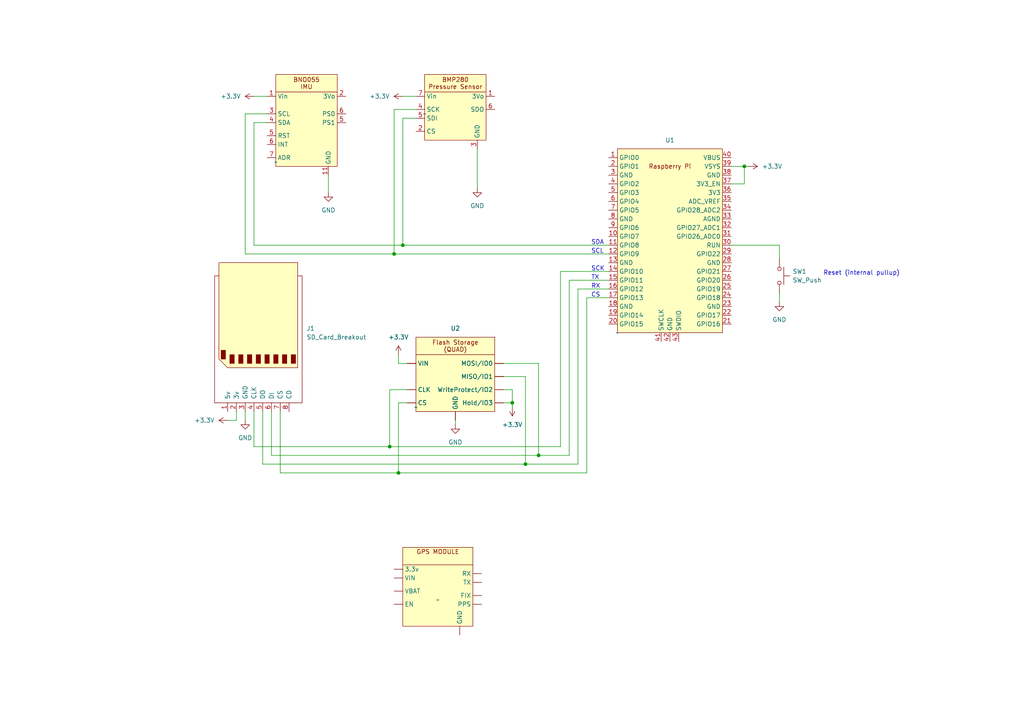
<source format=kicad_sch>
(kicad_sch (version 20230121) (generator eeschema)
  (paper "A4")
  (title_block (title "v1_avionics_schematics"))
  (lib_symbols
    (symbol "Breakout_boards:BMP280_Breakout"
      (symbol "BMP280_Breakout_0_1"
        (polyline (pts (xy 0 6.35) (xy 17.78 6.35)))
      )
      (symbol "BMP280_Breakout_1_1"
        (rectangle (start 0 11.43) (end 17.78 -7.62) (fill (type background)))
        (text "BMP280\nPressure Sensor" (at 8.89 8.89 0) (effects (font (size 1.27 1.27))))
        (pin power_out line (at 20.32 5.08 180) (length 2.54) (name "3Vo") (number "1"))
        (pin input line (at -2.54 -5.08 0) (length 2.54) (name "CS") (number "2"))
        (pin power_in line (at 15.24 -10.16 90) (length 2.54) (name "GND") (number "3"))
        (pin input line (at -2.54 1.27 0) (length 2.54) (name "SCK") (number "4"))
        (pin bidirectional line (at -2.54 -1.27 0) (length 2.54) (name "SDI") (number "5"))
        (pin bidirectional line (at 20.32 1.27 180) (length 2.54) (name "SDO") (number "6"))
        (pin power_in line (at -2.54 5.08 0) (length 2.54) (name "Vin") (number "7"))
      )
    )
    (symbol "Breakout_boards:BNO055"
      (symbol "BNO055_1_1"
        (polyline (pts (xy 0 21.59) (xy 17.78 21.59)))
        (rectangle (start 0 26.67) (end 17.78 0) (fill (type background)))
        (text "BNO055\nIMU" (at 8.89 24.13 0) (effects (font (size 1.27 1.27))))
        (pin power_in line (at -2.54 20.32 0) (length 2.54) (name "Vin") (number "1"))
        (pin power_in line (at 15.24 -2.54 90) (length 2.54) (name "GND") (number "11"))
        (pin power_out line (at 20.32 20.32 180) (length 2.54) (name "3Vo") (number "2"))
        (pin bidirectional line (at -2.54 15.24 0) (length 2.54) (name "SCL") (number "3"))
        (pin bidirectional line (at -2.54 12.7 0) (length 2.54) (name "SDA") (number "4"))
        (pin input line (at 20.32 12.7 180) (length 2.54) (name "PS1") (number "5"))
        (pin input line (at -2.54 8.89 0) (length 2.54) (name "RST") (number "5"))
        (pin input line (at -2.54 6.35 0) (length 2.54) (name "INT") (number "6"))
        (pin input line (at 20.32 15.24 180) (length 2.54) (name "PS0") (number "6"))
        (pin input line (at -2.54 2.54 0) (length 2.54) (name "ADR") (number "7"))
      )
    )
    (symbol "Breakout_boards:Flash_Breakout"
      (property "Reference" "U" (at 0 0 0))
      (symbol "Flash_Breakout_1_1"
        (polyline (pts (xy 0 15.24) (xy 22.86 15.24)))
        (rectangle (start 0 20.32) (end 22.86 -1.27) (fill (type background)))
        (text "Flash Storage\n(QUAD)" (at 11.43 17.78 0) (effects (font (size 1.27 1.27))))
        (pin input line (at -2.54 5.08 0) (length 2.54) (name "CLK") (number ""))
        (pin input line (at -2.54 1.27 0) (length 2.54) (name "CS") (number ""))
        (pin power_in line (at 11.43 -3.81 90) (length 2.54) (name "GND") (number ""))
        (pin bidirectional line (at 25.4 1.27 180) (length 2.54) (name "Hold/IO3") (number ""))
        (pin bidirectional line (at 25.4 8.89 180) (length 2.54) (name "MISO/IO1") (number ""))
        (pin bidirectional line (at 25.4 12.7 180) (length 2.54) (name "MOSI/IO0") (number ""))
        (pin power_in line (at -2.54 12.7 0) (length 2.54) (name "VIN") (number ""))
        (pin bidirectional line (at 25.4 5.08 180) (length 2.54) (name "WriteProtect/IO2") (number ""))
      )
    )
    (symbol "Breakout_boards:GPS_Module_Breakout"
      (property "Reference" "U" (at 0 0 0))
      (symbol "GPS_Module_Breakout_0_1"
        (polyline (pts (xy -10.16 10.16) (xy 10.16 10.16)))
      )
      (symbol "GPS_Module_Breakout_1_1"
        (rectangle (start -10.16 15.24) (end 10.16 -7.62) (fill (type background)))
        (text "GPS MODULE" (at 0 13.97 0) (effects (font (size 1.27 1.27))))
        (pin power_in line (at -12.7 8.89 0) (length 2.54) (name "3.3v") (number ""))
        (pin input line (at -12.7 -1.27 0) (length 2.54) (name "EN") (number ""))
        (pin output line (at 12.7 1.27 180) (length 2.54) (name "FIX") (number ""))
        (pin power_in line (at 6.35 -10.16 90) (length 2.54) (name "GND") (number ""))
        (pin output line (at 12.7 -1.27 180) (length 2.54) (name "PPS") (number ""))
        (pin input line (at 12.7 7.62 180) (length 2.54) (name "RX") (number ""))
        (pin output line (at 12.7 5.08 180) (length 2.54) (name "TX") (number ""))
        (pin input line (at -12.7 2.54 0) (length 2.54) (name "VBAT") (number ""))
        (pin power_in line (at -12.7 6.35 0) (length 2.54) (name "VIN") (number ""))
      )
    )
    (symbol "Breakout_boards:Raspberry_Pi_Pico"
      (property "Reference" "U" (at 0 0 0))
      (symbol "Raspberry_Pi_Pico_0_0"
        (text "Raspberry Pi" (at 15.24 48.26 0) (effects (font (size 1.27 1.27))))
      )
      (symbol "Raspberry_Pi_Pico_0_1"
        (rectangle (start 0 53.34) (end 30.48 0) (fill (type background)))
      )
      (symbol "Raspberry_Pi_Pico_1_1"
        (pin bidirectional line (at -2.54 50.8 0) (length 2.54) (name "GPIO0") (number "1"))
        (pin bidirectional line (at -2.54 27.94 0) (length 2.54) (name "GPIO7") (number "10"))
        (pin bidirectional line (at -2.54 25.4 0) (length 2.54) (name "GPIO8") (number "11"))
        (pin bidirectional line (at -2.54 22.86 0) (length 2.54) (name "GPIO9") (number "12"))
        (pin power_in line (at -2.54 20.32 0) (length 2.54) (name "GND") (number "13"))
        (pin bidirectional line (at -2.54 17.78 0) (length 2.54) (name "GPIO10") (number "14"))
        (pin bidirectional line (at -2.54 15.24 0) (length 2.54) (name "GPIO11") (number "15"))
        (pin bidirectional line (at -2.54 12.7 0) (length 2.54) (name "GPIO12") (number "16"))
        (pin bidirectional line (at -2.54 10.16 0) (length 2.54) (name "GPIO13") (number "17"))
        (pin power_in line (at -2.54 7.62 0) (length 2.54) (name "GND") (number "18"))
        (pin bidirectional line (at -2.54 5.08 0) (length 2.54) (name "GPIO14") (number "19"))
        (pin bidirectional line (at -2.54 48.26 0) (length 2.54) (name "GPIO1") (number "2"))
        (pin bidirectional line (at -2.54 2.54 0) (length 2.54) (name "GPIO15") (number "20"))
        (pin bidirectional line (at 33.02 2.54 180) (length 2.54) (name "GPIO16") (number "21"))
        (pin bidirectional line (at 33.02 5.08 180) (length 2.54) (name "GPIO17") (number "22"))
        (pin power_in line (at 33.02 7.62 180) (length 2.54) (name "GND") (number "23"))
        (pin bidirectional line (at 33.02 10.16 180) (length 2.54) (name "GPIO18") (number "24"))
        (pin bidirectional line (at 33.02 12.7 180) (length 2.54) (name "GPIO19") (number "25"))
        (pin bidirectional line (at 33.02 15.24 180) (length 2.54) (name "GPIO20") (number "26"))
        (pin bidirectional line (at 33.02 17.78 180) (length 2.54) (name "GPIO21") (number "27"))
        (pin power_in line (at 33.02 20.32 180) (length 2.54) (name "GND") (number "28"))
        (pin bidirectional line (at 33.02 22.86 180) (length 2.54) (name "GPIO22") (number "29"))
        (pin power_in line (at -2.54 45.72 0) (length 2.54) (name "GND") (number "3"))
        (pin input line (at 33.02 25.4 180) (length 2.54) (name "RUN") (number "30"))
        (pin bidirectional line (at 33.02 27.94 180) (length 2.54) (name "GPIO26_ADC0") (number "31"))
        (pin bidirectional line (at 33.02 30.48 180) (length 2.54) (name "GPIO27_ADC1") (number "32"))
        (pin power_in line (at 33.02 33.02 180) (length 2.54) (name "AGND") (number "33"))
        (pin bidirectional line (at 33.02 35.56 180) (length 2.54) (name "GPIO28_ADC2") (number "34"))
        (pin unspecified line (at 33.02 38.1 180) (length 2.54) (name "ADC_VREF") (number "35"))
        (pin unspecified line (at 33.02 40.64 180) (length 2.54) (name "3V3") (number "36"))
        (pin input line (at 33.02 43.18 180) (length 2.54) (name "3V3_EN") (number "37"))
        (pin bidirectional line (at 33.02 45.72 180) (length 2.54) (name "GND") (number "38"))
        (pin unspecified line (at 33.02 48.26 180) (length 2.54) (name "VSYS") (number "39"))
        (pin bidirectional line (at -2.54 43.18 0) (length 2.54) (name "GPIO2") (number "4"))
        (pin unspecified line (at 33.02 50.8 180) (length 2.54) (name "VBUS") (number "40"))
        (pin input line (at 12.7 -2.54 90) (length 2.54) (name "SWCLK") (number "41"))
        (pin power_in line (at 15.24 -2.54 90) (length 2.54) (name "GND") (number "42"))
        (pin bidirectional line (at 17.78 -2.54 90) (length 2.54) (name "SWDIO") (number "43"))
        (pin bidirectional line (at -2.54 40.64 0) (length 2.54) (name "GPIO3") (number "5"))
        (pin bidirectional line (at -2.54 38.1 0) (length 2.54) (name "GPIO4") (number "6"))
        (pin bidirectional line (at -2.54 35.56 0) (length 2.54) (name "GPIO5") (number "7"))
        (pin power_in line (at -2.54 33.02 0) (length 2.54) (name "GND") (number "8"))
        (pin bidirectional line (at -2.54 30.48 0) (length 2.54) (name "GPIO6") (number "9"))
      )
    )
    (symbol "Breakout_boards:SD_Card_Breakout" (pin_names (offset 1.016))
      (property "Reference" "J" (at 16.51 -13.97 0))
      (property "Value" "SD_Card_Breakout" (at -15.24 13.97 0))
      (symbol "SD_Card_Breakout_0_1"
        (polyline (pts (xy -16.51 -11.43) (xy -16.51 -12.7) (xy 20.32 -12.7) (xy 20.32 12.7) (xy -16.51 12.7) (xy -16.51 11.43)))
        (polyline (pts (xy 10.16 -8.89) (xy 7.62 -11.43) (xy -20.32 -11.43) (xy -20.32 11.43) (xy 10.16 11.43) (xy 10.16 -8.89)) (fill (type background)))
        (rectangle (start 7.62 -10.795) (end 5.08 -9.525) (fill (type outline)))
        (rectangle (start 8.89 -8.255) (end 6.35 -6.985) (fill (type outline)))
        (rectangle (start 8.89 -5.715) (end 6.35 -4.445) (fill (type outline)))
        (rectangle (start 8.89 -3.175) (end 6.35 -1.905) (fill (type outline)))
        (rectangle (start 8.89 -0.635) (end 6.35 0.635) (fill (type outline)))
        (rectangle (start 8.89 1.905) (end 6.35 3.175) (fill (type outline)))
        (rectangle (start 8.89 4.445) (end 6.35 5.715) (fill (type outline)))
        (rectangle (start 8.89 6.985) (end 6.35 8.255) (fill (type outline)))
        (rectangle (start 8.89 9.525) (end 6.35 10.795) (fill (type outline)))
      )
      (symbol "SD_Card_Breakout_1_1"
        (pin power_in line (at 22.86 -8.89 180) (length 2.54) (name "5v") (number "1"))
        (pin power_in line (at 22.86 -6.35 180) (length 2.54) (name "3v") (number "2"))
        (pin power_in line (at 22.86 -3.81 180) (length 2.54) (name "GND") (number "3"))
        (pin input line (at 22.86 -1.27 180) (length 2.54) (name "CLK") (number "4"))
        (pin output line (at 22.86 1.27 180) (length 2.54) (name "DO") (number "5"))
        (pin input line (at 22.86 3.81 180) (length 2.54) (name "DI") (number "6"))
        (pin input line (at 22.86 6.35 180) (length 2.54) (name "CS") (number "7"))
        (pin input line (at 22.86 8.89 180) (length 2.54) (name "CD") (number "8"))
      )
    )
    (symbol "Switch:SW_Push" (pin_numbers hide) (pin_names (offset 1.016) hide)
      (property "Reference" "SW" (at 1.27 2.54 0))
      (property "Value" "SW_Push" (at 0 -1.524 0))
      (symbol "SW_Push_0_1"
        (circle (center -2.032 0) (radius 0.508))
        (polyline (pts (xy 0 1.27) (xy 0 3.048)))
        (polyline (pts (xy 2.54 1.27) (xy -2.54 1.27)))
        (circle (center 2.032 0) (radius 0.508))
        (pin passive line (at -5.08 0 0) (length 2.54) (name "1") (number "1"))
        (pin passive line (at 5.08 0 180) (length 2.54) (name "2") (number "2"))
      )
    )
    (symbol "power:+3.3V" (power) (pin_names (offset 0))
      (property "Value" "+3.3V" (at 0 3.556 0))
      (symbol "+3.3V_0_1"
        (polyline (pts (xy -0.762 1.27) (xy 0 2.54)))
        (polyline (pts (xy 0 0) (xy 0 2.54)))
        (polyline (pts (xy 0 2.54) (xy 0.762 1.27)))
      )
      (symbol "+3.3V_1_1"
        (pin power_in line (at 0 0 90) (length 0) hide (name "+3.3V") (number "1"))
      )
    )
    (symbol "power:GND" (power) (pin_names (offset 0))
      (property "Value" "GND" (at 0 -3.81 0))
      (symbol "GND_0_1"
        (polyline (pts (xy 0 0) (xy 0 -1.27) (xy 1.27 -1.27) (xy 0 -2.54) (xy -1.27 -1.27) (xy 0 -1.27)))
      )
      (symbol "GND_1_1"
        (pin power_in line (at 0 0 270) (length 0) hide (name "GND") (number "1"))
      )
    )
  )
  (junction (at 115.57 137.16))
  (junction (at 156.21 132.08))
  (junction (at 152.4 134.62))
  (junction (at 215.9 48.26))
  (junction (at 114.3 73.66))
  (junction (at 113.03 129.54))
  (junction (at 116.84 71.12))
  (junction (at 148.59 116.84))
  (wire (pts (xy 212.09 53.34) (xy 215.9 53.34)))
  (wire (pts (xy 114.3 73.66) (xy 176.53 73.66)))
  (wire (pts (xy 115.57 102.87) (xy 115.57 105.41)))
  (wire (pts (xy 165.1 81.28) (xy 165.1 132.08)))
  (wire (pts (xy 152.4 109.22) (xy 146.05 109.22)))
  (wire (pts (xy 73.66 35.56) (xy 73.66 71.12)))
  (wire (pts (xy 116.84 34.29) (xy 116.84 71.12)))
  (wire (pts (xy 152.4 134.62) (xy 152.4 109.22)))
  (wire (pts (xy 176.53 81.28) (xy 165.1 81.28)))
  (wire (pts (xy 120.65 31.75) (xy 114.3 31.75)))
  (wire (pts (xy 71.12 119.38) (xy 71.12 121.92)))
  (wire (pts (xy 68.58 121.92) (xy 66.04 121.92)))
  (wire (pts (xy 152.4 134.62) (xy 167.64 134.62)))
  (wire (pts (xy 116.84 71.12) (xy 176.53 71.12)))
  (wire (pts (xy 176.53 78.74) (xy 162.56 78.74)))
  (wire (pts (xy 73.66 129.54) (xy 113.03 129.54)))
  (wire (pts (xy 73.66 27.94) (xy 77.47 27.94)))
  (wire (pts (xy 71.12 33.02) (xy 71.12 73.66)))
  (wire (pts (xy 114.3 31.75) (xy 114.3 73.66)))
  (wire (pts (xy 115.57 116.84) (xy 118.11 116.84)))
  (wire (pts (xy 148.59 118.11) (xy 148.59 116.84)))
  (wire (pts (xy 113.03 113.03) (xy 118.11 113.03)))
  (wire (pts (xy 132.08 121.92) (xy 132.08 123.19)))
  (wire (pts (xy 95.25 50.8) (xy 95.25 55.88)))
  (wire (pts (xy 146.05 116.84) (xy 148.59 116.84)))
  (wire (pts (xy 116.84 27.94) (xy 120.65 27.94)))
  (wire (pts (xy 78.74 132.08) (xy 156.21 132.08)))
  (wire (pts (xy 115.57 137.16) (xy 115.57 116.84)))
  (wire (pts (xy 76.2 134.62) (xy 152.4 134.62)))
  (wire (pts (xy 76.2 134.62) (xy 76.2 119.38)))
  (wire (pts (xy 162.56 78.74) (xy 162.56 129.54)))
  (wire (pts (xy 148.59 116.84) (xy 148.59 113.03)))
  (wire (pts (xy 115.57 137.16) (xy 170.18 137.16)))
  (wire (pts (xy 156.21 132.08) (xy 165.1 132.08)))
  (wire (pts (xy 78.74 132.08) (xy 78.74 119.38)))
  (wire (pts (xy 81.28 137.16) (xy 115.57 137.16)))
  (wire (pts (xy 176.53 86.36) (xy 170.18 86.36)))
  (wire (pts (xy 156.21 105.41) (xy 156.21 132.08)))
  (wire (pts (xy 81.28 119.38) (xy 81.28 137.16)))
  (wire (pts (xy 146.05 113.03) (xy 148.59 113.03)))
  (wire (pts (xy 77.47 33.02) (xy 71.12 33.02)))
  (wire (pts (xy 167.64 83.82) (xy 167.64 134.62)))
  (wire (pts (xy 146.05 105.41) (xy 156.21 105.41)))
  (wire (pts (xy 118.11 105.41) (xy 115.57 105.41)))
  (wire (pts (xy 68.58 119.38) (xy 68.58 121.92)))
  (wire (pts (xy 73.66 129.54) (xy 73.66 119.38)))
  (wire (pts (xy 226.06 71.12) (xy 226.06 74.93)))
  (wire (pts (xy 77.47 35.56) (xy 73.66 35.56)))
  (wire (pts (xy 113.03 129.54) (xy 162.56 129.54)))
  (wire (pts (xy 226.06 85.09) (xy 226.06 87.63)))
  (wire (pts (xy 212.09 48.26) (xy 215.9 48.26)))
  (wire (pts (xy 215.9 48.26) (xy 217.17 48.26)))
  (wire (pts (xy 113.03 129.54) (xy 113.03 113.03)))
  (wire (pts (xy 120.65 34.29) (xy 116.84 34.29)))
  (wire (pts (xy 71.12 73.66) (xy 114.3 73.66)))
  (wire (pts (xy 138.43 43.18) (xy 138.43 54.61)))
  (wire (pts (xy 212.09 71.12) (xy 226.06 71.12)))
  (wire (pts (xy 176.53 83.82) (xy 167.64 83.82)))
  (wire (pts (xy 215.9 48.26) (xy 215.9 53.34)))
  (wire (pts (xy 73.66 71.12) (xy 116.84 71.12)))
  (wire (pts (xy 170.18 86.36) (xy 170.18 137.16)))
  (text "SDA" (at 171.45 71.12 0) (effects (font (size 1.27 1.27)) (justify left bottom)))
  (text "CS" (at 171.45 86.36 0) (effects (font (size 1.27 1.27)) (justify left bottom)))
  (text "Reset (internal pullup)\n" (at 238.76 80.01 0) (effects (font (size 1.27 1.27)) (justify left bottom)))
  (text "RX" (at 171.45 83.82 0) (effects (font (size 1.27 1.27)) (justify left bottom)))
  (text "SCL" (at 171.45 73.66 0) (effects (font (size 1.27 1.27)) (justify left bottom)))
  (text "TX" (at 171.45 81.28 0) (effects (font (size 1.27 1.27)) (justify left bottom)))
  (text "SCK" (at 171.45 78.74 0) (effects (font (size 1.27 1.27)) (justify left bottom)))
  (symbol (lib_id "power:+3.3V") (at 66.04 121.92 90) (unit 1)
    (property "Reference" "#PWR011" (effects hide))
    (property "Value" "+3.3V" (at 62.23 121.92 90) (effects (justify left)))
  )
  (symbol (lib_id "power:+3.3V") (at 115.57 102.87 0) (unit 1)
    (property "Reference" "#PWR07" (effects hide))
    (property "Value" "+3.3V" (at 115.57 97.79 0))
  )
  (symbol (lib_id "Breakout_boards:Flash_Breakout") (at 120.65 118.11 0) (unit 1)
    (property "Reference" "U2" (at 132.08 95.25 0))
    (property "Value" "~" (at 120.65 118.11 0))
  )
  (symbol (lib_id "power:+3.3V") (at 217.17 48.26 270) (unit 1)
    (property "Reference" "#PWR05" (effects hide))
    (property "Value" "+3.3V" (at 220.98 48.26 90) (effects (justify left)))
  )
  (symbol (lib_id "Switch:SW_Push") (at 226.06 80.01 270) (unit 1)
    (property "Reference" "SW1" (at 229.87 78.74 90) (effects (justify left)))
    (property "Value" "SW_Push" (at 229.87 81.28 90) (effects (justify left)))
  )
  (symbol (lib_id "power:GND") (at 71.12 121.92 0) (unit 1)
    (property "Reference" "#PWR010" (effects hide))
    (property "Value" "GND" (at 71.12 127 0))
  )
  (symbol (lib_id "power:+3.3V") (at 73.66 27.94 90) (unit 1)
    (property "Reference" "#PWR03" (effects hide))
    (property "Value" "+3.3V" (at 69.85 27.94 90) (effects (justify left)))
  )
  (symbol (lib_id "Breakout_boards:SD_Card_Breakout") (at 74.93 96.52 270) (unit 1)
    (property "Reference" "J1" (at 88.9 95.25 90) (effects (justify left)))
    (property "Value" "SD_Card_Breakout" (at 88.9 97.79 90) (effects (justify left)))
    (property "Datasheet" "http://portal.fciconnect.com/Comergent//fci/drawing/10067847.pdf" (effects hide))
  )
  (symbol (lib_id "power:GND") (at 95.25 55.88 0) (unit 1)
    (property "Reference" "#PWR02" (effects hide))
    (property "Value" "GND" (at 95.25 60.96 0))
  )
  (symbol (lib_id "Breakout_boards:Raspberry_Pi_Pico") (at 179.07 96.52 0) (unit 1)
    (property "Reference" "U1" (at 194.31 40.64 0))
    (property "Value" "~" (at 179.07 96.52 0))
  )
  (symbol (lib_id "Breakout_boards:BNO055") (at 80.01 48.26 0) (unit 1)
    (property "Reference" "U4" (effects hide))
    (property "Value" "~" (at 80.01 46.99 0))
    (property "Datasheet" "https://cdn-learn.adafruit.com/downloads/pdf/adafruit-bno055-absolute-orientation-sensor.pdf" (effects hide))
  )
  (symbol (lib_id "power:GND") (at 132.08 123.19 0) (unit 1)
    (property "Reference" "#PWR09" (effects hide))
    (property "Value" "GND" (at 132.08 128.27 0))
  )
  (symbol (lib_id "Breakout_boards:BMP280_Breakout") (at 123.19 33.02 0) (unit 1)
    (property "Reference" "U3" (effects hide))
    (property "Value" "~" (at 123.19 33.02 0))
  )
  (symbol (lib_id "power:GND") (at 138.43 54.61 0) (unit 1)
    (property "Reference" "#PWR01" (effects hide))
    (property "Value" "GND" (at 138.43 59.69 0))
  )
  (symbol (lib_id "power:+3.3V") (at 116.84 27.94 90) (unit 1)
    (property "Reference" "#PWR04" (effects hide))
    (property "Value" "+3.3V" (at 113.03 27.94 90) (effects (justify left)))
  )
  (symbol (lib_id "power:GND") (at 226.06 87.63 0) (unit 1)
    (property "Reference" "#PWR06" (effects hide))
    (property "Value" "GND" (at 226.06 92.71 0))
  )
  (symbol (lib_id "power:+3.3V") (at 148.59 118.11 180) (unit 1)
    (property "Reference" "#PWR08" (effects hide))
    (property "Value" "+3.3V" (at 148.59 123.19 0))
  )
  (symbol (lib_id "Breakout_boards:GPS_Module_Breakout") (at 127 173.99 0) (unit 1)
    (property "Reference" "e" (effects hide))
    (property "Value" "~" (at 127 173.99 0))
  )
)
</source>
